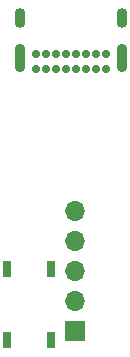
<source format=gbr>
%TF.GenerationSoftware,KiCad,Pcbnew,(6.0.1-0)*%
%TF.CreationDate,2022-02-08T22:41:07+01:00*%
%TF.ProjectId,muVox_programmer,6d75566f-785f-4707-926f-6772616d6d65,rev?*%
%TF.SameCoordinates,Original*%
%TF.FileFunction,Soldermask,Bot*%
%TF.FilePolarity,Negative*%
%FSLAX46Y46*%
G04 Gerber Fmt 4.6, Leading zero omitted, Abs format (unit mm)*
G04 Created by KiCad (PCBNEW (6.0.1-0)) date 2022-02-08 22:41:07*
%MOMM*%
%LPD*%
G01*
G04 APERTURE LIST*
%ADD10C,0.700000*%
%ADD11O,0.900000X2.400000*%
%ADD12O,0.900000X1.700000*%
%ADD13R,1.700000X1.700000*%
%ADD14O,1.700000X1.700000*%
%ADD15R,0.700000X1.450000*%
G04 APERTURE END LIST*
D10*
%TO.C,J1*%
X140677000Y-56603000D03*
X139827000Y-56603000D03*
X138977000Y-56603000D03*
X138127000Y-56603000D03*
X137277000Y-56603000D03*
X136427000Y-56603000D03*
X135577000Y-56603000D03*
X134727000Y-56603000D03*
X134727000Y-55253000D03*
X135577000Y-55253000D03*
X136427000Y-55253000D03*
X137277000Y-55253000D03*
X138127000Y-55253000D03*
X138977000Y-55253000D03*
X139827000Y-55253000D03*
X140677000Y-55253000D03*
D11*
X142027000Y-55623000D03*
D12*
X142027000Y-52243000D03*
X133377000Y-52243000D03*
D11*
X133377000Y-55623000D03*
%TD*%
D13*
%TO.C,J2*%
X138049000Y-78740000D03*
D14*
X138049000Y-76200000D03*
X138049000Y-73660000D03*
X138049000Y-71120000D03*
X138049000Y-68580000D03*
%TD*%
D15*
%TO.C,BOOT*%
X132317000Y-79502000D03*
X136017000Y-79502000D03*
X132317000Y-73502000D03*
X136017000Y-73502000D03*
%TD*%
M02*

</source>
